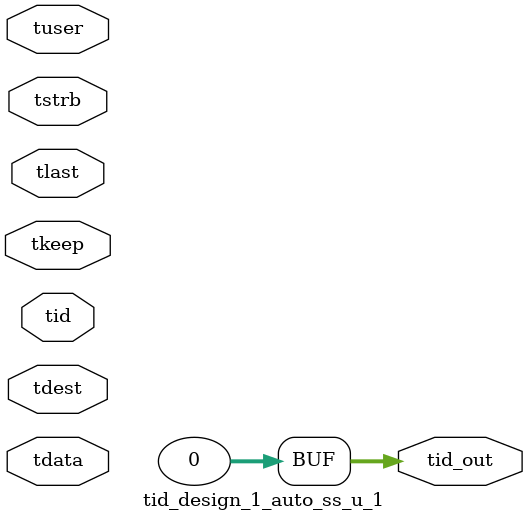
<source format=v>


`timescale 1ps/1ps

module tid_design_1_auto_ss_u_1 #
(
parameter C_S_AXIS_TID_WIDTH   = 1,
parameter C_S_AXIS_TUSER_WIDTH = 0,
parameter C_S_AXIS_TDATA_WIDTH = 0,
parameter C_S_AXIS_TDEST_WIDTH = 0,
parameter C_M_AXIS_TID_WIDTH   = 32
)
(
input  [(C_S_AXIS_TID_WIDTH   == 0 ? 1 : C_S_AXIS_TID_WIDTH)-1:0       ] tid,
input  [(C_S_AXIS_TDATA_WIDTH == 0 ? 1 : C_S_AXIS_TDATA_WIDTH)-1:0     ] tdata,
input  [(C_S_AXIS_TUSER_WIDTH == 0 ? 1 : C_S_AXIS_TUSER_WIDTH)-1:0     ] tuser,
input  [(C_S_AXIS_TDEST_WIDTH == 0 ? 1 : C_S_AXIS_TDEST_WIDTH)-1:0     ] tdest,
input  [(C_S_AXIS_TDATA_WIDTH/8)-1:0 ] tkeep,
input  [(C_S_AXIS_TDATA_WIDTH/8)-1:0 ] tstrb,
input                                                                    tlast,
output [(C_M_AXIS_TID_WIDTH   == 0 ? 1 : C_M_AXIS_TID_WIDTH)-1:0       ] tid_out
);

assign tid_out = {1'b0};

endmodule


</source>
